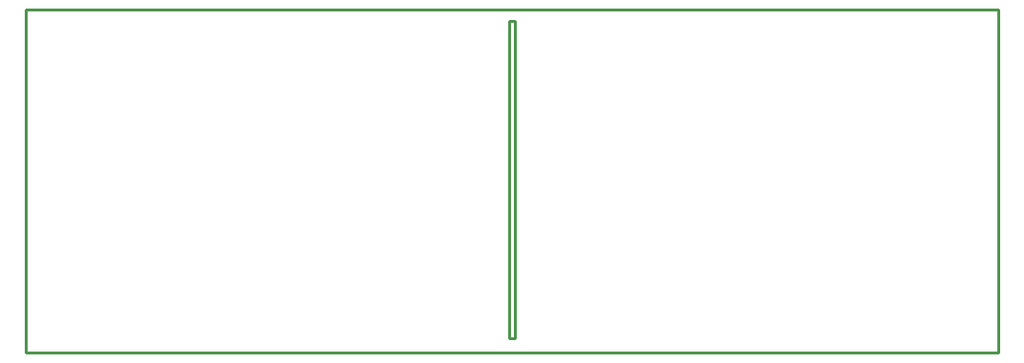
<source format=gko>
G04 ---------------------------- Layer name :KeepOutLayer *
G04 easyEDA 0.1*
G04 Scale: 100 percent, Rotated: No, Reflected: No *
G04 Dimensions in inches *
G04 leading zeros omitted , absolute positions ,2 integer and 4 * 
%FSLAX24Y24*%
%MOIN*%
G90*
G70D02*

%ADD10C,0.010000*%
G54D10*
G01X16900Y23600D02*
G01X17100Y23600D01*
G01X17100Y12500D01*
G01X16900Y12500D01*
G01X16900Y23600D01*
G01X0Y24000D02*
G01X34000Y24000D01*
G01X34000Y12000D01*
G01X0Y12000D01*
G01X0Y24000D01*

%LPD*%

M00*
M02*
</source>
